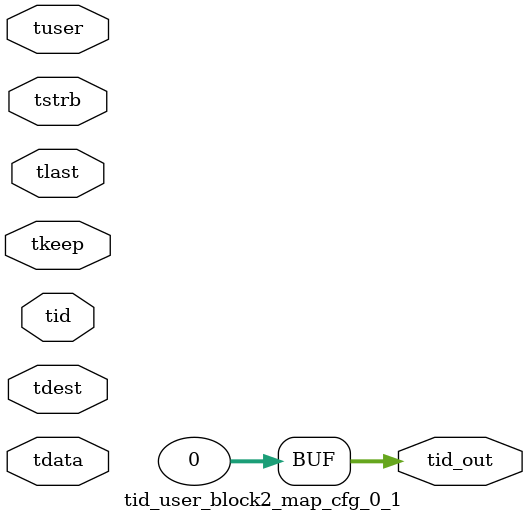
<source format=v>


`timescale 1ps/1ps

module tid_user_block2_map_cfg_0_1 #
(
parameter C_S_AXIS_TID_WIDTH   = 1,
parameter C_S_AXIS_TUSER_WIDTH = 0,
parameter C_S_AXIS_TDATA_WIDTH = 0,
parameter C_S_AXIS_TDEST_WIDTH = 0,
parameter C_M_AXIS_TID_WIDTH   = 32
)
(
input  [(C_S_AXIS_TID_WIDTH   == 0 ? 1 : C_S_AXIS_TID_WIDTH)-1:0       ] tid,
input  [(C_S_AXIS_TDATA_WIDTH == 0 ? 1 : C_S_AXIS_TDATA_WIDTH)-1:0     ] tdata,
input  [(C_S_AXIS_TUSER_WIDTH == 0 ? 1 : C_S_AXIS_TUSER_WIDTH)-1:0     ] tuser,
input  [(C_S_AXIS_TDEST_WIDTH == 0 ? 1 : C_S_AXIS_TDEST_WIDTH)-1:0     ] tdest,
input  [(C_S_AXIS_TDATA_WIDTH/8)-1:0 ] tkeep,
input  [(C_S_AXIS_TDATA_WIDTH/8)-1:0 ] tstrb,
input                                                                    tlast,
output [(C_M_AXIS_TID_WIDTH   == 0 ? 1 : C_M_AXIS_TID_WIDTH)-1:0       ] tid_out
);

assign tid_out = {1'b0};

endmodule


</source>
